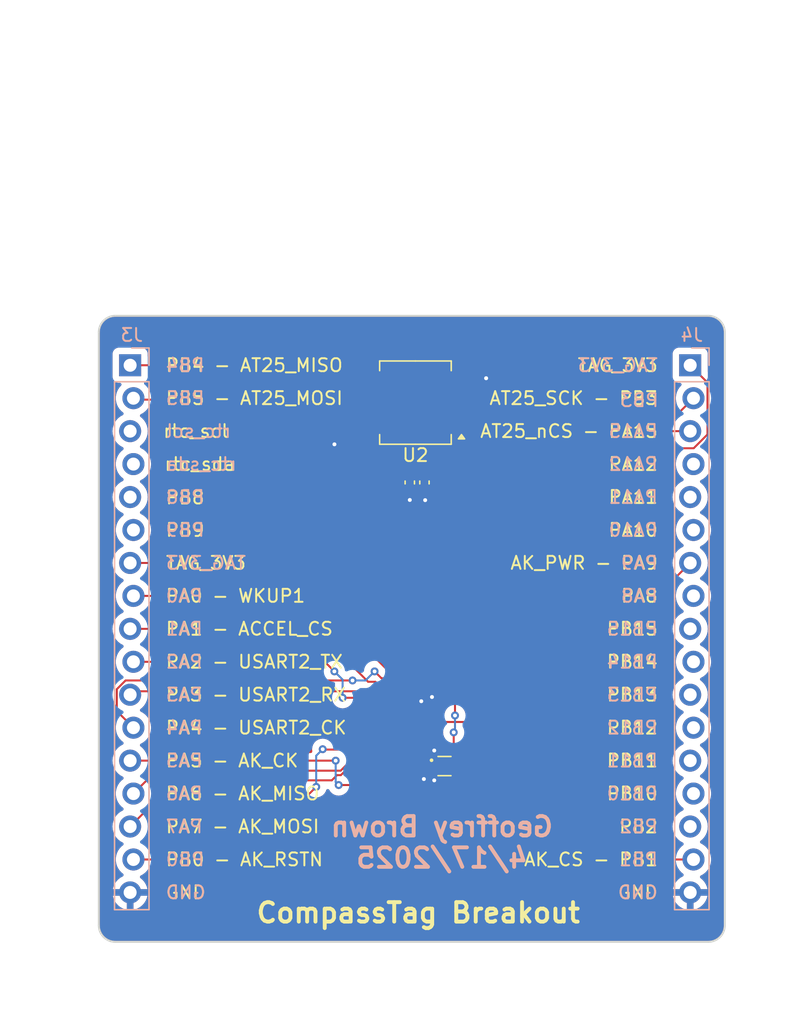
<source format=kicad_pcb>
(kicad_pcb (version 20240108) (generator "pcbnew") (generator_version "8.0")
  (layers (0 "F.Cu" signal) (31 "B.Cu" signal) (34 "B.Paste" user) (35 "F.Paste" user) (36 "B.SilkS" user "B.Silkscreen") (37 "F.SilkS" user "F.Silkscreen") (38 "B.Mask" user) (39 "F.Mask" user) (44 "Edge.Cuts" user))
  (net 0 "")
  (net 1 "GND")
  (net 2 "/TAG_3V3")
  (net 3 "/PB8")
  (net 4 "/PA10")
  (net 5 "/PA11")
  (net 6 "/PB9")
  (net 7 "/PB2")
  (net 8 "/PB10")
  (net 9 "/PB11")
  (net 10 "/PB12")
  (net 11 "/PB13")
  (net 12 "/PB14")
  (net 13 "/PB15")
  (net 14 "/PA8")
  (net 15 "+1V8")
  (net 16 "/AK_PWR")
  (net 17 "/rtc_sda")
  (net 18 "/rtc_scl")
  (net 19 "/PA12")
  (net 20 "/AT25_MOSI")
  (net 22 "/AT25_SCK")
  (net 24 "/AT25_MISO")
  (net 25 "/AT25_nCS")
  (net 26 "/AK_CK")
  (net 27 "/AK_MISO")
  (net 28 "/AK_MOSI")
  (net 29 "/AK_RSTN")
  (net 30 "/AK_CS")
  (net 31 "/WKUP1")
  (net 32 "/ACCEL_CS")
  (net 33 "/USART2_TX")
  (net 34 "/USART2_RX")
  (net 35 "/USART2_CK")
  (footprint "Package_SO:SO-8_5.3x6.2mm_P1.27mm" (layer "F.Cu") (at 128.55 79.08 180)
    (property "Reference" "U2" (at 0 -4.05 0) (layer "F.SilkS"))
    (property "Value" "AT25XE321")
    (pad "1" smd roundrect (at -3.5 -1.905 180) (size 1.9 0.6) (layers "F.Cu" "F.Paste" "F.Mask") (net 25 "/AT25_nCS"))
    (pad "2" smd roundrect (at -3.5 -0.635 180) (size 1.9 0.6) (layers "F.Cu" "F.Paste" "F.Mask") (net 24 "/AT25_MISO"))
    (pad "3" smd roundrect (at -3.5 0.635 180) (size 1.9 0.6) (layers "F.Cu" "F.Paste" "F.Mask"))
    (pad "4" smd roundrect (at -3.5 1.905 180) (size 1.9 0.6) (layers "F.Cu" "F.Paste" "F.Mask") (net 1 "GND"))
    (pad "5" smd roundrect (at 3.5 1.905 180) (size 1.9 0.6) (layers "F.Cu" "F.Paste" "F.Mask") (net 20 "/AT25_MOSI"))
    (pad "6" smd roundrect (at 3.5 0.635 180) (size 1.9 0.6) (layers "F.Cu" "F.Paste" "F.Mask") (net 22 "/AT25_SCK"))
    (pad "7" smd roundrect (at 3.5 -0.635 180) (size 1.9 0.6) (layers "F.Cu" "F.Paste" "F.Mask"))
    (pad "8" smd roundrect (at 3.5 -1.905 180) (size 1.9 0.6) (layers "F.Cu" "F.Paste" "F.Mask") (net 2 "/TAG_3V3"))
  )
  (footprint "Capacitor_SMD:C_0201_0603Metric" (layer "F.Cu") (at 129.325 107.125 -90)
    (property "Reference" "C4" (hide yes))
    (property "Value" "1uf")
    (pad "1" smd roundrect (at -0.32 0 270) (size 0.46 0.4) (layers "F.Cu" "F.Mask") (net 15 "+1V8"))
    (pad "2" smd roundrect (at 0.32 0 270) (size 0.46 0.4) (layers "F.Cu" "F.Mask") (net 1 "GND"))
  )
  (footprint "Capacitor_SMD:C_0201_0603Metric" (layer "F.Cu") (at 130.975 105.825 180)
    (property "Reference" "C3" (hide yes))
    (property "Value" "1uf")
    (pad "1" smd roundrect (at -0.32 0 180) (size 0.46 0.4) (layers "F.Cu" "F.Mask") (net 2 "/TAG_3V3"))
    (pad "2" smd roundrect (at 0.32 0 180) (size 0.46 0.4) (layers "F.Cu" "F.Mask") (net 1 "GND"))
  )
  (footprint "taglibrary:AK09940a" (layer "F.Cu") (at 126.7684 106.4284 180)
    (property "Reference" "U3" (hide yes))
    (property "Value" "AK09940A")
    (pad "A1" smd circle (at -0.6 -0.6 180) (size 0.2286 0.2286) (layers "F.Cu" "F.Paste" "F.Mask"))
    (pad "A2" smd circle (at -0.2 -0.6 180) (size 0.2286 0.2286) (layers "F.Cu" "F.Paste" "F.Mask") (net 30 "/AK_CS"))
    (pad "A3" smd circle (at 0.2 -0.6 180) (size 0.2286 0.2286) (layers "F.Cu" "F.Paste" "F.Mask") (net 26 "/AK_CK"))
    (pad "A4" smd circle (at 0.6 -0.6 180) (size 0.2286 0.2286) (layers "F.Cu" "F.Paste" "F.Mask") (net 28 "/AK_MOSI"))
    (pad "B1" smd circle (at -0.6 -0.2 180) (size 0.2286 0.2286) (layers "F.Cu" "F.Paste" "F.Mask") (net 15 "+1V8"))
    (pad "B4" smd circle (at 0.6 -0.2 180) (size 0.2286 0.2286) (layers "F.Cu" "F.Paste" "F.Mask") (net 27 "/AK_MISO"))
    (pad "C1" smd circle (at -0.6 0.2 180) (size 0.2286 0.2286) (layers "F.Cu" "F.Paste" "F.Mask") (net 1 "GND"))
    (pad "C4" smd circle (at 0.6 0.2 180) (size 0.2286 0.2286) (layers "F.Cu" "F.Paste" "F.Mask") (net 16 "/AK_PWR"))
    (pad "D1" smd circle (at -0.6 0.6 180) (size 0.2286 0.2286) (layers "F.Cu" "F.Paste" "F.Mask") (net 1 "GND"))
    (pad "D2" smd circle (at -0.2 0.6 180) (size 0.2286 0.2286) (layers "F.Cu" "F.Paste" "F.Mask") (net 1 "GND"))
    (pad "D4" smd circle (at 0.6 0.6 180) (size 0.2286 0.2286) (layers "F.Cu" "F.Paste" "F.Mask") (net 29 "/AK_RSTN"))
  )
  (footprint "Capacitor_SMD:C_0201_0603Metric" (layer "F.Cu") (at 122.305 81.325 -90)
    (property "Reference" "C9" (hide yes))
    (property "Value" "1uf")
    (pad "1" smd roundrect (at -0.32 0 270) (size 0.46 0.4) (layers "F.Cu" "F.Mask") (net 2 "/TAG_3V3"))
    (pad "2" smd roundrect (at 0.32 0 270) (size 0.46 0.4) (layers "F.Cu" "F.Mask") (net 1 "GND"))
  )
  (footprint "Capacitor_SMD:C_0402_1005Metric" (layer "F.Cu") (at 129.245 85.235 -90)
    (property "Reference" "C11" (hide yes))
    (property "Value" "22uf")
    (pad "1" smd roundrect (at -0.48 0 270) (size 0.56 0.62) (layers "F.Cu" "F.Paste" "F.Mask") (net 2 "/TAG_3V3"))
    (pad "2" smd roundrect (at 0.48 0 270) (size 0.56 0.62) (layers "F.Cu" "F.Paste" "F.Mask") (net 1 "GND"))
  )
  (footprint "Capacitor_SMD:C_0402_1005Metric" (layer "F.Cu") (at 128.115 85.235 -90)
    (property "Reference" "C10" (hide yes))
    (property "Value" "22uf")
    (pad "1" smd roundrect (at -0.48 0 270) (size 0.56 0.62) (layers "F.Cu" "F.Paste" "F.Mask") (net 2 "/TAG_3V3"))
    (pad "2" smd roundrect (at 0.48 0 270) (size 0.56 0.62) (layers "F.Cu" "F.Paste" "F.Mask") (net 1 "GND"))
  )
  (footprint "Package_SON:Texas_X2SON-4_1x1mm_P0.65mm" (layer "F.Cu") (at 130.790357 107.1)
    (property "Reference" "U1" (hide yes))
    (property "Value" "TPS7A2018PDQN")
    (pad "1" smd custom (at -0.43 -0.325) (size 0.148492 0.148492) (layers "F.Cu") (net 15 "+1V8") (options (clearance outline) (anchor circle)) (primitives (gr_poly (pts (xy 0.23 -0.054289) (xy 0.020711 0.155) (xy -0.23 0.155) (xy -0.23 -0.155) (xy 0.23 -0.155)) (width 0) (fill yes))))
    (pad "2" smd custom (at -0.43 0.325) (size 0.148492 0.148492) (layers "F.Cu") (net 1 "GND") (options (clearance outline) (anchor circle)) (primitives (gr_poly (pts (xy 0.23 0.054289) (xy 0.23 0.155) (xy -0.23 0.155) (xy -0.23 -0.155) (xy 0.020711 -0.155)) (width 0) (fill yes))))
    (pad "3" smd custom (at 0.43 0.325) (size 0.148492 0.148492) (layers "F.Cu") (net 16 "/AK_PWR") (options (clearance outline) (anchor circle)) (primitives (gr_poly (pts (xy 0.23 0.155) (xy -0.23 0.155) (xy -0.23 0.054289) (xy -0.020711 -0.155) (xy 0.23 -0.155)) (width 0) (fill yes))))
    (pad "4" smd custom (at 0.43 -0.325) (size 0.148492 0.148492) (layers "F.Cu") (net 2 "/TAG_3V3") (options (clearance outline) (anchor circle)) (primitives (gr_poly (pts (xy 0.23 0.155) (xy -0.020711 0.155) (xy -0.23 -0.054289) (xy -0.23 -0.155) (xy 0.23 -0.155)) (width 0) (fill yes))))
    (pad "5" smd roundrect (at 0 0 45) (size 0.58 0.58) (layers "F.Cu" "F.Paste" "F.Mask") (net 1 "GND"))
  )
  (footprint "Capacitor_SMD:C_0201_0603Metric" (layer "F.Cu") (at 129.825 100.825 -90)
    (property "Reference" "C8" (hide yes))
    (property "Value" "0.1uf")
    (pad "1" smd roundrect (at -0.32 0 270) (size 0.46 0.4) (layers "F.Cu" "F.Mask") (net 2 "/TAG_3V3"))
    (pad "2" smd roundrect (at 0.32 0 270) (size 0.46 0.4) (layers "F.Cu" "F.Mask") (net 1 "GND"))
  )
  (footprint "Capacitor_SMD:C_0201_0603Metric" (layer "F.Cu") (at 127.025 104.825)
    (property "Reference" "C6" (hide yes))
    (property "Value" "0.1uf")
    (pad "1" smd roundrect (at -0.32 0) (size 0.46 0.4) (layers "F.Cu" "F.Mask") (net 16 "/AK_PWR"))
    (pad "2" smd roundrect (at 0.32 0) (size 0.46 0.4) (layers "F.Cu" "F.Mask") (net 1 "GND"))
  )
  (footprint "taglibrary:LGA-12L_LIS2DU12_STM" (layer "F.Cu") (at 127.1843 101.0843)
    (property "Reference" "U4" (hide yes))
    (property "Value" "LIS2DU12TR")
    (pad "1" smd rect (at -0.8001 -0.750001 90) (size 0.2794 0.3048) (layers "F.Cu" "F.Paste" "F.Mask") (net 35 "/USART2_CK"))
    (pad "2" smd rect (at -0.8001 -0.25 90) (size 0.2794 0.3048) (layers "F.Cu" "F.Paste" "F.Mask") (net 32 "/ACCEL_CS"))
    (pad "3" smd rect (at -0.8001 0.25 90) (size 0.2794 0.3048) (layers "F.Cu" "F.Paste" "F.Mask") (net 34 "/USART2_RX"))
    (pad "4" smd rect (at -0.8001 0.750001 90) (size 0.2794 0.3048) (layers "F.Cu" "F.Paste" "F.Mask") (net 33 "/USART2_TX"))
    (pad "5" smd rect (at -0.25 0.8001) (size 0.2794 0.3048) (layers "F.Cu" "F.Paste" "F.Mask") (net 31 "/WKUP1"))
    (pad "6" smd rect (at 0.25 0.8001) (size 0.2794 0.3048) (layers "F.Cu" "F.Paste" "F.Mask") (net 1 "GND"))
    (pad "7" smd rect (at 0.8001 0.750001 90) (size 0.2794 0.3048) (layers "F.Cu" "F.Paste" "F.Mask") (net 1 "GND"))
    (pad "8" smd rect (at 0.8001 0.25 90) (size 0.2794 0.3048) (layers "F.Cu" "F.Paste" "F.Mask") (net 1 "GND"))
    (pad "9" smd rect (at 0.8001 -0.25 90) (size 0.2794 0.3048) (layers "F.Cu" "F.Paste" "F.Mask") (net 2 "/TAG_3V3"))
    (pad "10" smd rect (at 0.8001 -0.750001 90) (size 0.2794 0.3048) (layers "F.Cu" "F.Paste" "F.Mask") (net 2 "/TAG_3V3"))
    (pad "11" smd rect (at 0.25 -0.8001) (size 0.2794 0.3048) (layers "F.Cu" "F.Paste" "F.Mask"))
    (pad "12" smd rect (at -0.25 -0.8001) (size 0.2794 0.3048) (layers "F.Cu" "F.Paste" "F.Mask") (net 31 "/WKUP1"))
  )
  (footprint "Capacitor_SMD:C_0201_0603Metric" (layer "F.Cu") (at 128.525 107.125 -90)
    (property "Reference" "C5" (hide yes))
    (property "Value" "0.1uf")
    (pad "1" smd roundrect (at -0.32 0 270) (size 0.46 0.4) (layers "F.Cu" "F.Mask") (net 15 "+1V8"))
    (pad "2" smd roundrect (at 0.32 0 270) (size 0.46 0.4) (layers "F.Cu" "F.Mask") (net 1 "GND"))
  )
  (footprint "Capacitor_SMD:C_0201_0603Metric" (layer "F.Cu") (at 129.025 100.825 -90)
    (property "Reference" "C7" (hide yes))
    (property "Value" "0.1uf")
    (pad "1" smd roundrect (at -0.32 0 270) (size 0.46 0.4) (layers "F.Cu" "F.Mask") (net 2 "/TAG_3V3"))
    (pad "2" smd roundrect (at 0.32 0 270) (size 0.46 0.4) (layers "F.Cu" "F.Mask") (net 1 "GND"))
  )
  (footprint "taglibrary:PinHeader_1x17_P2.54mm_Vertical_Staggered" (layer "B.Cu") (at 106.68 76.2 180)
    (property "Reference" "J3" (at 0 2.33 0) (layer "B.SilkS") (effects (justify mirror)))
    (property "Value" "Conn_01x17")
    (pad "1" thru_hole rect (at 0.127 0 180) (size 1.7 1.7) (drill 1) (layers "*.Cu" "*.Mask" "In1.Cu" "In2.Cu" "In3.Cu" "In4.Cu" "In5.Cu" "In6.Cu" "In7.Cu" "In8.Cu" "In9.Cu" "In10.Cu" "In11.Cu" "In12.Cu" "In13.Cu" "In14.Cu" "In15.Cu" "In16.Cu" "In17.Cu" "In18.Cu" "In19.Cu" "In20.Cu" "In21.Cu" "In22.Cu" "In23.Cu" "In24.Cu" "In25.Cu" "In26.Cu" "In27.Cu" "In28.Cu" "In29.Cu" "In30.Cu") (net 24 "/AT25_MISO"))
    (pad "2" thru_hole oval (at -0.127 -2.54 180) (size 1.7 1.7) (drill 1) (layers "*.Cu" "*.Mask" "In1.Cu" "In2.Cu" "In3.Cu" "In4.Cu" "In5.Cu" "In6.Cu" "In7.Cu" "In8.Cu" "In9.Cu" "In10.Cu" "In11.Cu" "In12.Cu" "In13.Cu" "In14.Cu" "In15.Cu" "In16.Cu" "In17.Cu" "In18.Cu" "In19.Cu" "In20.Cu" "In21.Cu" "In22.Cu" "In23.Cu" "In24.Cu" "In25.Cu" "In26.Cu" "In27.Cu" "In28.Cu" "In29.Cu" "In30.Cu") (net 20 "/AT25_MOSI"))
    (pad "3" thru_hole oval (at 0.127 -5.08 180) (size 1.7 1.7) (drill 1) (layers "*.Cu" "*.Mask" "In1.Cu" "In2.Cu" "In3.Cu" "In4.Cu" "In5.Cu" "In6.Cu" "In7.Cu" "In8.Cu" "In9.Cu" "In10.Cu" "In11.Cu" "In12.Cu" "In13.Cu" "In14.Cu" "In15.Cu" "In16.Cu" "In17.Cu" "In18.Cu" "In19.Cu" "In20.Cu" "In21.Cu" "In22.Cu" "In23.Cu" "In24.Cu" "In25.Cu" "In26.Cu" "In27.Cu" "In28.Cu" "In29.Cu" "In30.Cu") (net 18 "/rtc_scl"))
    (pad "4" thru_hole oval (at -0.127 -7.62 180) (size 1.7 1.7) (drill 1) (layers "*.Cu" "*.Mask" "In1.Cu" "In2.Cu" "In3.Cu" "In4.Cu" "In5.Cu" "In6.Cu" "In7.Cu" "In8.Cu" "In9.Cu" "In10.Cu" "In11.Cu" "In12.Cu" "In13.Cu" "In14.Cu" "In15.Cu" "In16.Cu" "In17.Cu" "In18.Cu" "In19.Cu" "In20.Cu" "In21.Cu" "In22.Cu" "In23.Cu" "In24.Cu" "In25.Cu" "In26.Cu" "In27.Cu" "In28.Cu" "In29.Cu" "In30.Cu") (net 17 "/rtc_sda"))
    (pad "5" thru_hole oval (at 0.127 -10.16 180) (size 1.7 1.7) (drill 1) (layers "*.Cu" "*.Mask" "In1.Cu" "In2.Cu" "In3.Cu" "In4.Cu" "In5.Cu" "In6.Cu" "In7.Cu" "In8.Cu" "In9.Cu" "In10.Cu" "In11.Cu" "In12.Cu" "In13.Cu" "In14.Cu" "In15.Cu" "In16.Cu" "In17.Cu" "In18.Cu" "In19.Cu" "In20.Cu" "In21.Cu" "In22.Cu" "In23.Cu" "In24.Cu" "In25.Cu" "In26.Cu" "In27.Cu" "In28.Cu" "In29.Cu" "In30.Cu") (net 3 "/PB8"))
    (pad "6" thru_hole oval (at -0.127 -12.7 180) (size 1.7 1.7) (drill 1) (layers "*.Cu" "*.Mask" "In1.Cu" "In2.Cu" "In3.Cu" "In4.Cu" "In5.Cu" "In6.Cu" "In7.Cu" "In8.Cu" "In9.Cu" "In10.Cu" "In11.Cu" "In12.Cu" "In13.Cu" "In14.Cu" "In15.Cu" "In16.Cu" "In17.Cu" "In18.Cu" "In19.Cu" "In20.Cu" "In21.Cu" "In22.Cu" "In23.Cu" "In24.Cu" "In25.Cu" "In26.Cu" "In27.Cu" "In28.Cu" "In29.Cu" "In30.Cu") (net 6 "/PB9"))
    (pad "7" thru_hole oval (at 0.127 -15.24 180) (size 1.7 1.7) (drill 1) (layers "*.Cu" "*.Mask" "In1.Cu" "In2.Cu" "In3.Cu" "In4.Cu" "In5.Cu" "In6.Cu" "In7.Cu" "In8.Cu" "In9.Cu" "In10.Cu" "In11.Cu" "In12.Cu" "In13.Cu" "In14.Cu" "In15.Cu" "In16.Cu" "In17.Cu" "In18.Cu" "In19.Cu" "In20.Cu" "In21.Cu" "In22.Cu" "In23.Cu" "In24.Cu" "In25.Cu" "In26.Cu" "In27.Cu" "In28.Cu" "In29.Cu" "In30.Cu") (net 2 "/TAG_3V3"))
    (pad "8" thru_hole oval (at -0.127 -17.78 180) (size 1.7 1.7) (drill 1) (layers "*.Cu" "*.Mask" "In1.Cu" "In2.Cu" "In3.Cu" "In4.Cu" "In5.Cu" "In6.Cu" "In7.Cu" "In8.Cu" "In9.Cu" "In10.Cu" "In11.Cu" "In12.Cu" "In13.Cu" "In14.Cu" "In15.Cu" "In16.Cu" "In17.Cu" "In18.Cu" "In19.Cu" "In20.Cu" "In21.Cu" "In22.Cu" "In23.Cu" "In24.Cu" "In25.Cu" "In26.Cu" "In27.Cu" "In28.Cu" "In29.Cu" "In30.Cu") (net 31 "/WKUP1"))
    (pad "9" thru_hole oval (at 0.127 -20.32 180) (size 1.7 1.7) (drill 1) (layers "*.Cu" "*.Mask" "In1.Cu" "In2.Cu" "In3.Cu" "In4.Cu" "In5.Cu" "In6.Cu" "In7.Cu" "In8.Cu" "In9.Cu" "In10.Cu" "In11.Cu" "In12.Cu" "In13.Cu" "In14.Cu" "In15.Cu" "In16.Cu" "In17.Cu" "In18.Cu" "In19.Cu" "In20.Cu" "In21.Cu" "In22.Cu" "In23.Cu" "In24.Cu" "In25.Cu" "In26.Cu" "In27.Cu" "In28.Cu" "In29.Cu" "In30.Cu") (net 32 "/ACCEL_CS"))
    (pad "10" thru_hole oval (at -0.127 -22.86 180) (size 1.7 1.7) (drill 1) (layers "*.Cu" "*.Mask" "In1.Cu" "In2.Cu" "In3.Cu" "In4.Cu" "In5.Cu" "In6.Cu" "In7.Cu" "In8.Cu" "In9.Cu" "In10.Cu" "In11.Cu" "In12.Cu" "In13.Cu" "In14.Cu" "In15.Cu" "In16.Cu" "In17.Cu" "In18.Cu" "In19.Cu" "In20.Cu" "In21.Cu" "In22.Cu" "In23.Cu" "In24.Cu" "In25.Cu" "In26.Cu" "In27.Cu" "In28.Cu" "In29.Cu" "In30.Cu") (net 33 "/USART2_TX"))
    (pad "11" thru_hole oval (at 0.127 -25.4 180) (size 1.7 1.7) (drill 1) (layers "*.Cu" "*.Mask" "In1.Cu" "In2.Cu" "In3.Cu" "In4.Cu" "In5.Cu" "In6.Cu" "In7.Cu" "In8.Cu" "In9.Cu" "In10.Cu" "In11.Cu" "In12.Cu" "In13.Cu" "In14.Cu" "In15.Cu" "In16.Cu" "In17.Cu" "In18.Cu" "In19.Cu" "In20.Cu" "In21.Cu" "In22.Cu" "In23.Cu" "In24.Cu" "In25.Cu" "In26.Cu" "In27.Cu" "In28.Cu" "In29.Cu" "In30.Cu") (net 34 "/USART2_RX"))
    (pad "12" thru_hole oval (at -0.127 -27.94 180) (size 1.7 1.7) (drill 1) (layers "*.Cu" "*.Mask" "In1.Cu" "In2.Cu" "In3.Cu" "In4.Cu" "In5.Cu" "In6.Cu" "In7.Cu" "In8.Cu" "In9.Cu" "In10.Cu" "In11.Cu" "In12.Cu" "In13.Cu" "In14.Cu" "In15.Cu" "In16.Cu" "In17.Cu" "In18.Cu" "In19.Cu" "In20.Cu" "In21.Cu" "In22.Cu" "In23.Cu" "In24.Cu" "In25.Cu" "In26.Cu" "In27.Cu" "In28.Cu" "In29.Cu" "In30.Cu") (net 35 "/USART2_CK"))
    (pad "13" thru_hole oval (at 0.127 -30.48 180) (size 1.7 1.7) (drill 1) (layers "*.Cu" "*.Mask" "In1.Cu" "In2.Cu" "In3.Cu" "In4.Cu" "In5.Cu" "In6.Cu" "In7.Cu" "In8.Cu" "In9.Cu" "In10.Cu" "In11.Cu" "In12.Cu" "In13.Cu" "In14.Cu" "In15.Cu" "In16.Cu" "In17.Cu" "In18.Cu" "In19.Cu" "In20.Cu" "In21.Cu" "In22.Cu" "In23.Cu" "In24.Cu" "In25.Cu" "In26.Cu" "In27.Cu" "In28.Cu" "In29.Cu" "In30.Cu") (net 26 "/AK_CK"))
    (pad "14" thru_hole oval (at -0.127 -33.02 180) (size 1.7 1.7) (drill 1) (layers "*.Cu" "*.Mask" "In1.Cu" "In2.Cu" "In3.Cu" "In4.Cu" "In5.Cu" "In6.Cu" "In7.Cu" "In8.Cu" "In9.Cu" "In10.Cu" "In11.Cu" "In12.Cu" "In13.Cu" "In14.Cu" "In15.Cu" "In16.Cu" "In17.Cu" "In18.Cu" "In19.Cu" "In20.Cu" "In21.Cu" "In22.Cu" "In23.Cu" "In24.Cu" "In25.Cu" "In26.Cu" "In27.Cu" "In28.Cu" "In29.Cu" "In30.Cu") (net 27 "/AK_MISO"))
    (pad "15" thru_hole oval (at 0.127 -35.56 180) (size 1.7 1.7) (drill 1) (layers "*.Cu" "*.Mask" "In1.Cu" "In2.Cu" "In3.Cu" "In4.Cu" "In5.Cu" "In6.Cu" "In7.Cu" "In8.Cu" "In9.Cu" "In10.Cu" "In11.Cu" "In12.Cu" "In13.Cu" "In14.Cu" "In15.Cu" "In16.Cu" "In17.Cu" "In18.Cu" "In19.Cu" "In20.Cu" "In21.Cu" "In22.Cu" "In23.Cu" "In24.Cu" "In25.Cu" "In26.Cu" "In27.Cu" "In28.Cu" "In29.Cu" "In30.Cu") (net 28 "/AK_MOSI"))
    (pad "16" thru_hole oval (at -0.127 -38.1 180) (size 1.7 1.7) (drill 1) (layers "*.Cu" "*.Mask" "In1.Cu" "In2.Cu" "In3.Cu" "In4.Cu" "In5.Cu" "In6.Cu" "In7.Cu" "In8.Cu" "In9.Cu" "In10.Cu" "In11.Cu" "In12.Cu" "In13.Cu" "In14.Cu" "In15.Cu" "In16.Cu" "In17.Cu" "In18.Cu" "In19.Cu" "In20.Cu" "In21.Cu" "In22.Cu" "In23.Cu" "In24.Cu" "In25.Cu" "In26.Cu" "In27.Cu" "In28.Cu" "In29.Cu" "In30.Cu") (net 29 "/AK_RSTN"))
    (pad "17" thru_hole oval (at 0.127 -40.64 180) (size 1.7 1.7) (drill 1) (layers "*.Cu" "*.Mask" "In1.Cu" "In2.Cu" "In3.Cu" "In4.Cu" "In5.Cu" "In6.Cu" "In7.Cu" "In8.Cu" "In9.Cu" "In10.Cu" "In11.Cu" "In12.Cu" "In13.Cu" "In14.Cu" "In15.Cu" "In16.Cu" "In17.Cu" "In18.Cu" "In19.Cu" "In20.Cu" "In21.Cu" "In22.Cu" "In23.Cu" "In24.Cu" "In25.Cu" "In26.Cu" "In27.Cu" "In28.Cu" "In29.Cu" "In30.Cu") (net 1 "GND"))
  )
  (footprint "taglibrary:PinHeader_1x17_P2.54mm_Vertical_Staggered" (layer "B.Cu") (at 149.86 76.2 180)
    (property "Reference" "J4" (at 0 2.33 0) (layer "B.SilkS") (effects (justify mirror)))
    (property "Value" "Conn_01x17")
    (pad "1" thru_hole rect (at 0.127 0 180) (size 1.7 1.7) (drill 1) (layers "*.Cu" "*.Mask" "In1.Cu" "In2.Cu" "In3.Cu" "In4.Cu" "In5.Cu" "In6.Cu" "In7.Cu" "In8.Cu" "In9.Cu" "In10.Cu" "In11.Cu" "In12.Cu" "In13.Cu" "In14.Cu" "In15.Cu" "In16.Cu" "In17.Cu" "In18.Cu" "In19.Cu" "In20.Cu" "In21.Cu" "In22.Cu" "In23.Cu" "In24.Cu" "In25.Cu" "In26.Cu" "In27.Cu" "In28.Cu" "In29.Cu" "In30.Cu") (net 2 "/TAG_3V3"))
    (pad "2" thru_hole oval (at -0.127 -2.54 180) (size 1.7 1.7) (drill 1) (layers "*.Cu" "*.Mask" "In1.Cu" "In2.Cu" "In3.Cu" "In4.Cu" "In5.Cu" "In6.Cu" "In7.Cu" "In8.Cu" "In9.Cu" "In10.Cu" "In11.Cu" "In12.Cu" "In13.Cu" "In14.Cu" "In15.Cu" "In16.Cu" "In17.Cu" "In18.Cu" "In19.Cu" "In20.Cu" "In21.Cu" "In22.Cu" "In23.Cu" "In24.Cu" "In25.Cu" "In26.Cu" "In27.Cu" "In28.Cu" "In29.Cu" "In30.Cu") (net 22 "/AT25_SCK"))
    (pad "3" thru_hole oval (at 0.127 -5.08 180) (size 1.7 1.7) (drill 1) (layers "*.Cu" "*.Mask" "In1.Cu" "In2.Cu" "In3.Cu" "In4.Cu" "In5.Cu" "In6.Cu" "In7.Cu" "In8.Cu" "In9.Cu" "In10.Cu" "In11.Cu" "In12.Cu" "In13.Cu" "In14.Cu" "In15.Cu" "In16.Cu" "In17.Cu" "In18.Cu" "In19.Cu" "In20.Cu" "In21.Cu" "In22.Cu" "In23.Cu" "In24.Cu" "In25.Cu" "In26.Cu" "In27.Cu" "In28.Cu" "In29.Cu" "In30.Cu") (net 25 "/AT25_nCS"))
    (pad "4" thru_hole oval (at -0.127 -7.62 180) (size 1.7 1.7) (drill 1) (layers "*.Cu" "*.Mask" "In1.Cu" "In2.Cu" "In3.Cu" "In4.Cu" "In5.Cu" "In6.Cu" "In7.Cu" "In8.Cu" "In9.Cu" "In10.Cu" "In11.Cu" "In12.Cu" "In13.Cu" "In14.Cu" "In15.Cu" "In16.Cu" "In17.Cu" "In18.Cu" "In19.Cu" "In20.Cu" "In21.Cu" "In22.Cu" "In23.Cu" "In24.Cu" "In25.Cu" "In26.Cu" "In27.Cu" "In28.Cu" "In29.Cu" "In30.Cu") (net 19 "/PA12"))
    (pad "5" thru_hole oval (at 0.127 -10.16 180) (size 1.7 1.7) (drill 1) (layers "*.Cu" "*.Mask" "In1.Cu" "In2.Cu" "In3.Cu" "In4.Cu" "In5.Cu" "In6.Cu" "In7.Cu" "In8.Cu" "In9.Cu" "In10.Cu" "In11.Cu" "In12.Cu" "In13.Cu" "In14.Cu" "In15.Cu" "In16.Cu" "In17.Cu" "In18.Cu" "In19.Cu" "In20.Cu" "In21.Cu" "In22.Cu" "In23.Cu" "In24.Cu" "In25.Cu" "In26.Cu" "In27.Cu" "In28.Cu" "In29.Cu" "In30.Cu") (net 5 "/PA11"))
    (pad "6" thru_hole oval (at -0.127 -12.7 180) (size 1.7 1.7) (drill 1) (layers "*.Cu" "*.Mask" "In1.Cu" "In2.Cu" "In3.Cu" "In4.Cu" "In5.Cu" "In6.Cu" "In7.Cu" "In8.Cu" "In9.Cu" "In10.Cu" "In11.Cu" "In12.Cu" "In13.Cu" "In14.Cu" "In15.Cu" "In16.Cu" "In17.Cu" "In18.Cu" "In19.Cu" "In20.Cu" "In21.Cu" "In22.Cu" "In23.Cu" "In24.Cu" "In25.Cu" "In26.Cu" "In27.Cu" "In28.Cu" "In29.Cu" "In30.Cu") (net 4 "/PA10"))
    (pad "7" thru_hole oval (at 0.127 -15.24 180) (size 1.7 1.7) (drill 1) (layers "*.Cu" "*.Mask" "In1.Cu" "In2.Cu" "In3.Cu" "In4.Cu" "In5.Cu" "In6.Cu" "In7.Cu" "In8.Cu" "In9.Cu" "In10.Cu" "In11.Cu" "In12.Cu" "In13.Cu" "In14.Cu" "In15.Cu" "In16.Cu" "In17.Cu" "In18.Cu" "In19.Cu" "In20.Cu" "In21.Cu" "In22.Cu" "In23.Cu" "In24.Cu" "In25.Cu" "In26.Cu" "In27.Cu" "In28.Cu" "In29.Cu" "In30.Cu") (net 16 "/AK_PWR"))
    (pad "8" thru_hole oval (at -0.127 -17.78 180) (size 1.7 1.7) (drill 1) (layers "*.Cu" "*.Mask" "In1.Cu" "In2.Cu" "In3.Cu" "In4.Cu" "In5.Cu" "In6.Cu" "In7.Cu" "In8.Cu" "In9.Cu" "In10.Cu" "In11.Cu" "In12.Cu" "In13.Cu" "In14.Cu" "In15.Cu" "In16.Cu" "In17.Cu" "In18.Cu" "In19.Cu" "In20.Cu" "In21.Cu" "In22.Cu" "In23.Cu" "In24.Cu" "In25.Cu" "In26.Cu" "In27.Cu" "In28.Cu" "In29.Cu" "In30.Cu") (net 14 "/PA8"))
    (pad "9" thru_hole oval (at 0.127 -20.32 180) (size 1.7 1.7) (drill 1) (layers "*.Cu" "*.Mask" "In1.Cu" "In2.Cu" "In3.Cu" "In4.Cu" "In5.Cu" "In6.Cu" "In7.Cu" "In8.Cu" "In9.Cu" "In10.Cu" "In11.Cu" "In12.Cu" "In13.Cu" "In14.Cu" "In15.Cu" "In16.Cu" "In17.Cu" "In18.Cu" "In19.Cu" "In20.Cu" "In21.Cu" "In22.Cu" "In23.Cu" "In24.Cu" "In25.Cu" "In26.Cu" "In27.Cu" "In28.Cu" "In29.Cu" "In30.Cu") (net 13 "/PB15"))
    (pad "10" thru_hole oval (at -0.127 -22.86 180) (size 1.7 1.7) (drill 1) (layers "*.Cu" "*.Mask" "In1.Cu" "In2.Cu" "In3.Cu" "In4.Cu" "In5.Cu" "In6.Cu" "In7.Cu" "In8.Cu" "In9.Cu" "In10.Cu" "In11.Cu" "In12.Cu" "In13.Cu" "In14.Cu" "In15.Cu" "In16.Cu" "In17.Cu" "In18.Cu" "In19.Cu" "In20.Cu" "In21.Cu" "In22.Cu" "In23.Cu" "In24.Cu" "In25.Cu" "In26.Cu" "In27.Cu" "In28.Cu" "In29.Cu" "In30.Cu") (net 12 "/PB14"))
    (pad "11" thru_hole oval (at 0.127 -25.4 180) (size 1.7 1.7) (drill 1) (layers "*.Cu" "*.Mask" "In1.Cu" "In2.Cu" "In3.Cu" "In4.Cu" "In5.Cu" "In6.Cu" "In7.Cu" "In8.Cu" "In9.Cu" "In10.Cu" "In11.Cu" "In12.Cu" "In13.Cu" "In14.Cu" "In15.Cu" "In16.Cu" "In17.Cu" "In18.Cu" "In19.Cu" "In20.Cu" "In21.Cu" "In22.Cu" "In23.Cu" "In24.Cu" "In25.Cu" "In26.Cu" "In27.Cu" "In28.Cu" "In29.Cu" "In30.Cu") (net 11 "/PB13"))
    (pad "12" thru_hole oval (at -0.127 -27.94 180) (size 1.7 1.7) (drill 1) (layers "*.Cu" "*.Mask" "In1.Cu" "In2.Cu" "In3.Cu" "In4.Cu" "In5.Cu" "In6.Cu" "In7.Cu" "In8.Cu" "In9.Cu" "In10.Cu" "In11.Cu" "In12.Cu" "In13.Cu" "In14.Cu" "In15.Cu" "In16.Cu" "In17.Cu" "In18.Cu" "In19.Cu" "In20.Cu" "In21.Cu" "In22.Cu" "In23.Cu" "In24.Cu" "In25.Cu" "In26.Cu" "In27.Cu" "In28.Cu" "In29.Cu" "In30.Cu") (net 10 "/PB12"))
    (pad "13" thru_hole oval (at 0.127 -30.48 180) (size 1.7 1.7) (drill 1) (layers "*.Cu" "*.Mask" "In1.Cu" "In2.Cu" "In3.Cu" "In4.Cu" "In5.Cu" "In6.Cu" "In7.Cu" "In8.Cu" "In9.Cu" "In10.Cu" "In11.Cu" "In12.Cu" "In13.Cu" "In14.Cu" "In15.Cu" "In16.Cu" "In17.Cu" "In18.Cu" "In19.Cu" "In20.Cu" "In21.Cu" "In22.Cu" "In23.Cu" "In24.Cu" "In25.Cu" "In26.Cu" "In27.Cu" "In28.Cu" "In29.Cu" "In30.Cu") (net 9 "/PB11"))
    (pad "14" thru_hole oval (at -0.127 -33.02 180) (size 1.7 1.7) (drill 1) (layers "*.Cu" "*.Mask" "In1.Cu" "In2.Cu" "In3.Cu" "In4.Cu" "In5.Cu" "In6.Cu" "In7.Cu" "In8.Cu" "In9.Cu" "In10.Cu" "In11.Cu" "In12.Cu" "In13.Cu" "In14.Cu" "In15.Cu" "In16.Cu" "In17.Cu" "In18.Cu" "In19.Cu" "In20.Cu" "In21.Cu" "In22.Cu" "In23.Cu" "In24.Cu" "In25.Cu" "In26.Cu" "In27.Cu" "In28.Cu" "In29.Cu" "In30.Cu") (net 8 "/PB10"))
    (pad "15" thru_hole oval (at 0.127 -35.56 180) (size 1.7 1.7) (drill 1) (layers "*.Cu" "*.Mask" "In1.Cu" "In2.Cu" "In3.Cu" "In4.Cu" "In5.Cu" "In6.Cu" "In7.Cu" "In8.Cu" "In9.Cu" "In10.Cu" "In11.Cu" "In12.Cu" "In13.Cu" "In14.Cu" "In15.Cu" "In16.Cu" "In17.Cu" "In18.Cu" "In19.Cu" "In20.Cu" "In21.Cu" "In22.Cu" "In23.Cu" "In24.Cu" "In25.Cu" "In26.Cu" "In27.Cu" "In28.Cu" "In29.Cu" "In30.Cu") (net 7 "/PB2"))
    (pad "16" thru_hole oval (at -0.127 -38.1 180) (size 1.7 1.7) (drill 1) (layers "*.Cu" "*.Mask" "In1.Cu" "In2.Cu" "In3.Cu" "In4.Cu" "In5.Cu" "In6.Cu" "In7.Cu" "In8.Cu" "In9.Cu" "In10.Cu" "In11.Cu" "In12.Cu" "In13.Cu" "In14.Cu" "In15.Cu" "In16.Cu" "In17.Cu" "In18.Cu" "In19.Cu" "In20.Cu" "In21.Cu" "In22.Cu" "In23.Cu" "In24.Cu" "In25.Cu" "In26.Cu" "In27.Cu" "In28.Cu" "In29.Cu" "In30.Cu") (net 30 "/AK_CS"))
    (pad "17" thru_hole oval (at 0.127 -40.64 180) (size 1.7 1.7) (drill 1) (layers "*.Cu" "*.Mask" "In1.Cu" "In2.Cu" "In3.Cu" "In4.Cu" "In5.Cu" "In6.Cu" "In7.Cu" "In8.Cu" "In9.Cu" "In10.Cu" "In11.Cu" "In12.Cu" "In13.Cu" "In14.Cu" "In15.Cu" "In16.Cu" "In17.Cu" "In18.Cu" "In19.Cu" "In20.Cu" "In21.Cu" "In22.Cu" "In23.Cu" "In24.Cu" "In25.Cu" "In26.Cu" "In27.Cu" "In28.Cu" "In29.Cu" "In30.Cu") (net 1 "GND"))
  )
  (gr_arc (start 152.4 119.38) (mid 152.028026 120.278026) (end 151.13 120.65) (stroke (width 0.15)) (layer "Edge.Cuts"))
  (gr_line (start 152.4 73.66) (end 152.4 119.38) (stroke (width 0.15)) (layer "Edge.Cuts"))
  (gr_arc (start 105.41 120.65) (mid 104.511974 120.278026) (end 104.14 119.38) (stroke (width 0.15)) (layer "Edge.Cuts"))
  (gr_arc (start 104.14 73.66) (mid 104.511974 72.761974) (end 105.41 72.39) (stroke (width 0.15)) (layer "Edge.Cuts"))
  (gr_line (start 151.13 72.39) (end 105.41 72.39) (stroke (width 0.15)) (layer "Edge.Cuts"))
  (gr_line (start 104.14 73.66) (end 104.14 119.38) (stroke (width 0.15)) (layer "Edge.Cuts"))
  (gr_arc (start 151.13 72.39) (mid 152.028026 72.761974) (end 152.4 73.66) (stroke (width 0.15)) (layer "Edge.Cuts"))
  (gr_line (start 151.13 120.65) (end 105.41 120.65) (stroke (width 0.15)) (layer "Edge.Cuts"))
  (gr_text "Geoffrey Brown\n4/17/2025" (at 130.59 112.98 0) (layer "B.SilkS") (effects (font (size 1.5 1.5) (thickness 0.3)) (justify mirror)))
  (gr_text "PA7" (at 109.22 111.76 0) (layer "B.SilkS") (effects (font (size 1 1)) (justify right mirror)))
  (gr_text "PA0" (at 109.22 93.98 0) (layer "B.SilkS") (effects (font (size 1 1)) (justify right mirror)))
  (gr_text "PB8" (at 109.22 86.36 0) (layer "B.SilkS") (effects (font (size 1 1)) (justify right mirror)))
  (gr_text "PA1" (at 109.22 96.52 0) (layer "B.SilkS") (effects (font (size 1 1)) (justify right mirror)))
  (gr_text "PA4" (at 109.22 104.14 0) (layer "B.SilkS") (effects (font (size 1 1)) (justify right mirror)))
  (gr_text "PA3" (at 109.22 101.6 0) (layer "B.SilkS") (effects (font (size 1 1)) (justify right mirror)))
  (gr_text "PB9" (at 109.22 88.9 0) (layer "B.SilkS") (effects (font (size 1 1)) (justify right mirror)))
  (gr_text "PB5" (at 109.22 78.74 0) (layer "B.SilkS") (effects (font (size 1 1)) (justify right mirror)))
  (gr_text "PB4" (at 109.22 76.2 0) (layer "B.SilkS") (effects (font (size 1 1)) (justify right mirror)))
  (gr_text "PB3" (at 144.23644 78.89748 0) (layer "B.SilkS") (effects (font (size 1 1)) (justify right mirror)))
  (gr_text "PB0" (at 109.22 114.3 0) (layer "B.SilkS") (effects (font (size 1 1)) (justify right mirror)))
  (gr_text "PA2" (at 109.22 99.06 0) (layer "B.SilkS") (effects (font (size 1 1)) (justify right mirror)))
  (gr_text "PA5" (at 109.22 106.68 0) (layer "B.SilkS") (effects (font (size 1 1)) (justify right mirror)))
  (gr_text "PB1" (at 147.32 114.3 0) (layer "B.SilkS") (effects (font (size 1 1)) (justify left mirror)))
  (gr_text "GND" (at 109.22 116.84 0) (layer "B.SilkS") (effects (font (size 1 1)) (justify right mirror)))
  (gr_text "PA6" (at 109.22 109.22 0) (layer "B.SilkS") (effects (font (size 1 1)) (justify right mirror)))
  (gr_text "PB15" (at 147.32 96.52 0) (layer "B.SilkS") (effects (font (size 1 1)) (justify left mirror)))
  (gr_text "PA8" (at 147.32 93.98 0) (layer "B.SilkS") (effects (font (size 1 1)) (justify left mirror)))
  (gr_text "PA9" (at 147.32 91.44 0) (layer "B.SilkS") (effects (font (size 1 1)) (justify left mirror)))
  (gr_text "PA11" (at 147.32 86.36 0) (layer "B.SilkS") (effects (font (size 1 1)) (justify left mirror)))
  (gr_text "PA10" (at 147.32 88.9 0) (layer "B.SilkS") (effects (font (size 1 1)) (justify left mirror)))
  (gr_text "PA15" (at 147.32 81.28 0) (layer "B.SilkS") (effects (font (size 1 1)) (justify left mirror)))
  (gr_text "PB11" (at 147.32 106.68 0) (layer "B.SilkS") (effects (font (size 1 1)) (justify left mirror)))
  (gr_text "GND" (at 147.32 116.84 0) (layer "B.SilkS") (effects (font (size 1 1)) (justify left mirror)))
  (gr_text "TAG_3V3" (at 115.57 91.44 0) (layer "B.SilkS") (effects (font (size 1 1)) (justify left mirror)))
  (gr_text "PB12" (at 147.32 104.14 0) (layer "B.SilkS") (effects (font (size 1 1)) (justify left mirror)))
  (gr_text "TAG_3V3" (at 147.32 76.2 0) (layer "B.SilkS") (effects (font (size 1 1)) (justify left mirror)))
  (gr_text "PB10" (at 147.32 109.22 0) (layer "B.SilkS") (effects (font (size 1 1)) (justify left mirror)))
  (gr_text "PB2" (at 147.32 111.76 0) (layer "B.SilkS") (effects (font (size 1 1)) (justify left mirror)))
  (gr_text "PB13" (at 147.32 101.6 0) (layer "B.SilkS") (effects (font (size 1 1)) (justify left mirror)))
  (gr_text "PB14" (at 147.32 99.06 0) (layer "B.SilkS") (effects (font (size 1 1)) (justify left mirror)))
  (gr_text "PA12" (at 147.32 83.82 0) (layer "B.SilkS") (effects (font (size 1 1)) (justify left mirror)))
  (gr_text "rtc_scl" (at 109.22 81.28 0) (layer "B.SilkS") (effects (font (size 1 1)) (justify right mirror)))
  (gr_text "rtc_sda" (at 109.22 83.82 0) (layer "B.SilkS") (effects (font (size 1 1)) (justify right mirror)))
  (gr_text "AK_CS - PB1" (at 147.32 114.3 0) (layer "F.SilkS") (effects (font (size 1 1)) (justify right)))
  (gr_text "TAG_3V3" (at 115.57 91.44 0) (layer "F.SilkS") (effects (font (size 1 1)) (justify right)))
  (gr_text "GND" (at 147.32 116.84 0) (layer "F.SilkS") (effects (font (size 1 1)) (justify right)))
  (gr_text "GND" (at 109.22 116.84 0) (layer "F.SilkS") (effects (font (size 1 1)) (justify left)))
  (gr_text "rtc_scl" (at 109.02 81.28 0) (layer "F.SilkS") (effects (font (size 1 1)) (justify left)))
  (gr_text "AK_PWR - PA9" (at 147.32 91.44 0) (layer "F.SilkS") (effects (font (size 1 1)) (justify right)))
  (gr_text "rtc_sda" (at 109.12 83.82 0) (layer "F.SilkS") (effects (font (size 1 1)) (justify left)))
  (gr_text "PB12" (at 147.32 104.14 0) (layer "F.SilkS") (effects (font (size 1 1)) (justify right)))
  (gr_text "CompassTag Breakout" (at 128.77 118.41 0) (layer "F.SilkS") (effects (font (size 1.5 1.5) (thickness 0.3))))
  (gr_text "PA8" (at 147.32 93.98 0) (layer "F.SilkS") (effects (font (size 1 1)) (justify right)))
  (gr_text "PB13" (at 147.32 101.6 0) (layer "F.SilkS") (effects (font (size 1 1)) (justify right)))
  (gr_text "AT25_nCS - PA15" (at 147.32 81.28 0) (layer "F.SilkS") (effects (font (size 1 1)) (justify right)))
  (gr_text "PA4 - USART2_CK" (at 109.22 104.14 0) (layer "F.SilkS") (effects (font (size 1 1)) (justify left)))
  (gr_text "PA10" (at 147.32 88.9 0) (layer "F.SilkS") (effects (font (size 1 1)) (justify right)))
  (gr_text "PA11" (at 147.32 86.36 0) (layer "F.SilkS") (effects (font (size 1 1)) (justify right)))
  (gr_text "PB10" (at 147.32 109.22 0) (layer "F.SilkS") (effects (font (size 1 1)) (justify right)))
  (gr_text "PA6 - AK_MISO" (at 109.22 109.22 0) (layer "F.SilkS") (effects (font (size 1 1)) (justify left)))
  (gr_text "PB5 - AT25_MOSI" (at 109.22 78.74 0) (layer "F.SilkS") (effects (font (size 1 1)) (justify left)))
  (gr_text "AT25_SCK - PB3" (at 147.32 78.74 0) (layer "F.SilkS") (effects (font (size 1 1)) (justify right)))
  (gr_text "PB14" (at 147.32 99.06 0) (layer "F.SilkS") (effects (font (size 1 1)) (justify right)))
  (gr_text "PB0 - AK_RSTN" (at 109.22 114.3 0) (layer "F.SilkS") (effects (font (size 1 1)) (justify left)))
  (gr_text "PA12" (at 147.32 83.82 0) (layer "F.SilkS") (effects (font (size 1 1)) (justify right)))
  (gr_text "PA3 - USART2_RX" (at 109.22 101.6 0) (layer "F.SilkS") (effects (font (size 1 1)) (justify left)))
  (gr_text "PB11" (at 147.32 106.68 0) (layer "F.SilkS") (effects (font (size 1 1)) (justify right)))
  (gr_text "PB2" (at 147.32 111.76 0) (layer "F.SilkS") (effects (font (size 1 1)) (justify right)))
  (gr_text "TAG_3V3" (at 147.32 76.2 0) (layer "F.SilkS") (effects (font (size 1 1)) (justify right)))
  (gr_text "PB15" (at 147.32 96.52 0) (layer "F.SilkS") (effects (font (size 1 1)) (justify right)))
  (gr_text "PA1 - ACCEL_CS" (at 109.22 96.52 0) (layer "F.SilkS") (effects (font (size 1 1)) (justify left)))
  (gr_text "PB4 - AT25_MISO" (at 109.22 76.2 0) (layer "F.SilkS") (effects (font (size 1 1)) (justify left)))
  (gr_text "PA2 - USART2_TX" (at 109.22 99.06 0) (layer "F.SilkS") (effects (font (size 1 1)) (justify left)))
  (gr_text "PA0 - WKUP1" (at 109.22 93.98 0) (layer "F.SilkS") (effects (font (size 1 1)) (justify left)))
  (gr_text "PA5 - AK_CK" (at 109.22 106.68 0) (layer "F.SilkS") (effects (font (size 1 1)) (justify left)))
  (gr_text "PB8" (at 109.22 86.4 0) (layer "F.SilkS") (effects (font (size 1 1)) (justify left)))
  (gr_text "PA7 - AK_MOSI" (at 109.22 111.76 0) (layer "F.SilkS") (effects (font (size 1 1)) (justify left)))
  (gr_text "PB9" (at 109.22 88.9 0) (layer "F.SilkS") (effects (font (size 1 1)) (justify left)))
  (segment (start 128.8357 101.3343) (end 129.025 101.145) (width 0.1524) (layer "F.Cu") (net 1))
  (segment (start 130.360357 107.425) (end 129.345 107.425) (width 0.1524) (layer "F.Cu") (net 1))
  (segment (start 129.245 86.545) (end 129.3 86.6) (width 0.1524) (layer "F.Cu") (net 1))
  (segment (start 129.8 101.8) (end 129.825 101.775) (width 0.1524) (layer "F.Cu") (net 1))
  (segment (start 130 107.785357) (end 130 108.2) (width 0.1524) (layer "F.Cu") (net 1))
  (segment (start 127.9844 101.3343) (end 127.9844 101.834301) (width 0.1524) (layer "F.Cu") (net 1))
  (segment (start 129.025 101.145) (end 129.025 102.075) (width 0.1524) (layer "F.Cu") (net 1))
  (segment (start 127.3684 104.8484) (end 127.345 104.825) (width 0.1524) (layer "F.Cu") (net 1))
  (segment (start 130.360357 107.425) (end 130 107.785357) (width 0.1524) (layer "F.Cu") (net 1))
  (segment (start 122.3 82.3) (end 122.305 82.295) (width 0.1524) (layer "F.Cu") (net 1))
  (segment (start 130.685357 107.1) (end 130.360357 107.425) (width 0.1524) (layer "F.Cu") (net 1))
  (segment (start 133.975 77.175) (end 134 77.2) (width 0.1524) (layer "F.Cu") (net 1))
  (segment (start 128.1 86.4) (end 128.115 86.385) (width 0.1524) (layer "F.Cu") (net 1))
  (segment (start 130.655 105.825) (end 130.075 105.825) (width 0.1524) (layer "F.Cu") (net 1))
  (segment (start 129.345 107.425) (end 129.325 107.445) (width 0.1524) (layer "F.Cu") (net 1))
  (segment (start 130.075 105.825) (end 130 105.9) (width 0.1524) (layer "F.Cu") (net 1))
  (segment (start 129.025 101.145) (end 129.825 101.145) (width 0.1524) (layer "F.Cu") (net 1))
  (segment (start 127.934301 101.8844) (end 127.9844 101.834301) (width 0.1524) (layer "F.Cu") (net 1))
  (segment (start 128.115 85.715) (end 128.115 86.385) (width 0.1524) (layer "F.Cu") (net 1))
  (segment (start 129.325 107.975) (end 129.2 108.1) (width 0.1524) (layer "F.Cu") (net 1))
  (segment (start 129.025 102.075) (end 129 102.1) (width 0.1524) (layer "F.Cu") (net 1))
  (segment (start 129.325 107.445) (end 128.525 107.445) (width 0.1524) (layer "F.Cu") (net 1))
  (segment (start 129.245 85.715) (end 129.245 86.545) (width 0.1524) (layer "F.Cu") (net 1))
  (segment (start 128.115 85.715) (end 128.115 86.585) (width 0.1524) (layer "F.Cu") (net 1))
  (segment (start 129.825 101.145) (end 129.825 101.775) (width 0.1524) (layer "F.Cu") (net 1))
  (segment (start 130.790357 107.1) (end 130.685357 107.1) (width 0.1524) (layer "F.Cu") (net 1))
  (segment (start 126.9684 105.8284) (end 127.3684 105.8284) (width 0.1524) (layer "F.Cu") (net 1))
  (segment (start 129.325 107.445) (end 129.325 107.975) (width 0.1524) (layer "F.Cu") (net 1))
  (segment (start 127.3684 105.8284) (end 127.3684 104.8484) (width 0.1524) (layer "F.Cu") (net 1))
  (segment (start 127.4343 101.8844) (end 127.934301 101.8844) (width 0.1524) (layer "F.Cu") (net 1))
  (segment (start 127.3684 105.8284) (end 127.3684 106.2284) (width 0.1524) (layer "F.Cu") (net 1))
  (segment (start 127.9844 101.3343) (end 128.8357 101.3343) (width 0.1524) (layer "F.Cu") (net 1))
  (segment (start 132.05 77.175) (end 133.975 77.175) (width 0.1524) (layer "F.Cu") (net 1))
  (segment (start 122.305 81.645) (end 122.305 82.295) (width 0.1524) (layer "F.Cu") (net 1))
  (via (at 129.3 86.6) (size 0.6096) (drill 0.3) (layers "F.Cu" "B.Cu") (net 1))
  (via (at 129.2 108.1) (size 0.6096) (drill 0.3) (layers "F.Cu" "B.Cu") (net 1))
  (via (at 129.825 101.775) (size 0.6096) (drill 0.3) (layers "F.Cu" "B.Cu") (net 1))
  (via (at 128.115 86.585) (size 0.6096) (drill 0.3) (layers "F.Cu" "B.Cu") (net 1))
  (via (at 130 105.9) (size 0.6096) (drill 0.3) (layers "F.Cu" "B.Cu") (net 1))
  (via (at 122.305 82.295) (size 0.6096) (drill 0.3) (layers "F.Cu" "B.Cu") (net 1))
  (via (at 134 77.2) (size 0.6604) (drill 0.3048) (layers "F.Cu" "B.Cu") (net 1))
  (via (at 129 102.1) (size 0.6096) (drill 0.3) (layers "F.Cu" "B.Cu") (net 1))
  (via (at 130 108.2) (size 0.6096) (drill 0.3) (layers "F.Cu" "B.Cu") (net 1))
  (segment (start 127.355 84.755) (end 127.35 84.75) (width 0.1524) (layer "F.Cu") (net 2))
  (segment (start 151.0656 77.5326) (end 151.0656 81.5344) (width 0.1524) (layer "F.Cu") (net 2))
  (segment (start 112.16 91.44) (end 113.42 92.7) (width 0.1524) (layer "F.Cu") (net 2))
  (segment (start 131.6 102.28) (end 131.6 103.2) (width 0.1524) (layer "F.Cu") (net 2))
  (segment (start 131.295 106.700357) (end 131.220357 106.775) (width 0.1524) (layer "F.Cu") (net 2))
  (segment (start 125.03 81.005) (end 122.305 81.005) (width 0.1524) (layer "F.Cu") (net 2))
  (segment (start 151.0656 81.5344) (end 150 82.6) (width 0.1524) (layer "F.Cu") (net 2))
  (segment (start 128.115 84.755) (end 127.355 84.755) (width 0.1524) (layer "F.Cu") (net 2))
  (segment (start 127.9844 100.334299) (end 128.854299 100.334299) (width 0.1524) (layer "F.Cu") (net 2))
  (segment (start 122.4 92.7) (end 127.9844 98.2844) (width 0.1524) (layer "F.Cu") (net 2))
  (segment (start 129.245 84.755) (end 128.115 84.755) (width 0.1524) (layer "F.Cu") (net 2))
  (segment (start 132.03 82.6) (end 129.85 84.78) (width 0.1524) (layer "F.Cu") (net 2))
  (segment (start 113.42 92.7) (end 122.4 92.7) (width 0.1524) (layer "F.Cu") (net 2))
  (segment (start 131.5 104.5) (end 131.5 105.62) (width 0.1524) (layer "F.Cu") (net 2))
  (segment (start 125.05 80.985) (end 125.03 81.005) (width 0.1524) (layer "F.Cu") (net 2))
  (segment (start 128.854299 100.334299) (end 129.025 100.505) (width 0.1524) (layer "F.Cu") (net 2))
  (segment (start 127.35 83.285) (end 127.35 84.75) (width 0.1524) (layer "F.Cu") (net 2))
  (segment (start 129.825 84.755) (end 129.245 84.755) (width 0.1524) (layer "F.Cu") (net 2))
  (segment (start 127.35 84.75) (end 118.85 84.75) (width 0.1524) (layer "F.Cu") (net 2))
  (segment (start 129.025 100.505) (end 129.825 100.505) (width 0.1524) (layer "F.Cu") (net 2))
  (segment (start 118.85 84.75) (end 112.16 91.44) (width 0.1524) (layer "F.Cu") (net 2))
  (segment (start 129.85 84.78) (end 129.825 84.755) (width 0.1524) (layer "F.Cu") (net 2))
  (segment (start 127.9844 98.2844) (end 127.9844 100.334299) (width 0.1524) (layer "F.Cu") (net 2))
  (segment (start 127.9844 100.334299) (end 127.9844 100.8343) (width 0.1524) (layer "F.Cu") (net 2))
  (segment (start 149.733 76.2) (end 151.0656 77.5326) (width 0.1524) (layer "F.Cu") (net 2))
  (segment (start 112.16 91.44) (end 106.553 91.44) (width 0.1524) (layer "F.Cu") (net 2))
  (segment (start 125.05 80.985) (end 127.35 83.285) (width 0.1524) (layer "F.Cu") (net 2))
  (segment (start 131.295 105.825) (end 131.295 106.700357) (width 0.1524) (layer "F.Cu") (net 2))
  (segment (start 129.825 100.505) (end 131.6 102.28) (width 0.1524) (layer "F.Cu") (net 2))
  (segment (start 131.5 105.62) (end 131.295 105.825) (width 0.1524) (layer "F.Cu") (net 2))
  (segment (start 150 82.6) (end 132.03 82.6) (width 0.1524) (layer "F.Cu") (net 2))
  (via (at 131.6 103.2) (size 0.6096) (drill 0.3) (layers "F.Cu" "B.Cu") (net 2))
  (via (at 131.5 104.5) (size 0.6096) (drill 0.3) (layers "F.Cu" "B.Cu") (net 2))
  (segment (start 131.6 103.2) (end 131.6 104.4) (width 0.1524) (layer "B.Cu") (net 2))
  (segment (start 131.6 104.4) (end 131.5 104.5) (width 0.1524) (layer "B.Cu") (net 2))
  (segment (start 107.007 88.7) (end 106.807 88.9) (width 0.1524) (layer "B.Cu") (net 6))
  (segment (start 128.525 106.805) (end 129.325 106.805) (width 0.1524) (layer "F.Cu") (net 15))
  (segment (start 127.3684 106.6284) (end 128.3484 106.6284) (width 0.1524) (layer "F.Cu") (net 15))
  (segment (start 129.325 106.805) (end 130.330357 106.805) (width 0.1524) (layer "F.Cu") (net 15))
  (segment (start 128.3484 106.6284) (end 128.525 106.805) (width 0.1524) (layer "F.Cu") (net 15))
  (segment (start 130.330357 106.805) (end 130.360357 106.775) (width 0.1524) (layer "F.Cu") (net 15))
  (segment (start 126.330044 106.2284) (end 126.6763 105.882144) (width 0.1524) (layer "F.Cu") (net 16))
  (segment (start 131.220357 107.425) (end 133.748 107.425) (width 0.1524) (layer "F.Cu") (net 16))
  (segment (start 126.6763 104.8537) (end 126.705 104.825) (width 0.1524) (layer "F.Cu") (net 16))
  (segment (start 126.1684 106.2284) (end 126.330044 106.2284) (width 0.1524) (layer "F.Cu") (net 16))
  (segment (start 133.748 107.425) (end 137.7365 103.4365) (width 0.1524) (layer "F.Cu") (net 16))
  (segment (start 137.7365 103.4365) (end 149.733 91.44) (width 0.1524) (layer "F.Cu") (net 16))
  (segment (start 137.473 103.7) (end 137.7365 103.4365) (width 0.1524) (layer "F.Cu") (net 16))
  (segment (start 126.705 104.195) (end 127.2 103.7) (width 0.1524) (layer "F.Cu") (net 16))
  (segment (start 127.2 103.7) (end 137.473 103.7) (width 0.1524) (layer "F.Cu") (net 16))
  (segment (start 126.705 104.825) (end 126.705 104.195) (width 0.1524) (layer "F.Cu") (net 16))
  (segment (start 126.6763 105.882144) (end 126.6763 104.8537) (width 0.1524) (layer "F.Cu") (net 16))
  (segment (start 115.425 77.175) (end 125.05 77.175) (width 0.1524) (layer "F.Cu") (net 20))
  (segment (start 113.75 78.85) (end 115.425 77.175) (width 0.1524) (layer "F.Cu") (net 20))
  (segment (start 106.917 78.85) (end 113.75 78.85) (width 0.1524) (layer "F.Cu") (net 20))
  (segment (start 106.807 78.74) (end 106.917 78.85) (width 0.1524) (layer "F.Cu") (net 20))
  (segment (start 141.0564 80.2436) (end 141.2 80.1) (width 0.1524) (layer "F.Cu") (net 22))
  (segment (start 148.627 80.1) (end 149.987 78.74) (width 0.1524) (layer "F.Cu") (net 22))
  (segment (start 141.0564 80.2436) (end 127.8 80.2436) (width 0.1524) (layer "F.Cu") (net 22))
  (segment (start 149.897 78.65) (end 149.987 78.74) (width 0.1524) (layer "F.Cu") (net 22))
  (segment (start 141.2 80.1) (end 148.627 80.1) (width 0.1524) (layer "F.Cu") (net 22))
  (segment (start 126.0014 78.445) (end 127.8 80.2436) (width 0.1524) (layer "F.Cu") (net 22))
  (segment (start 125.05 78.445) (end 126.0014 78.445) (width 0.1524) (layer "F.Cu") (net 22))
  (segment (start 129.3 78.4) (end 129.3 78.6) (width 0.1524) (layer "F.Cu") (net 24))
  (segment (start 129.3 78.6) (end 130.415 79.715) (width 0.1524) (layer "F.Cu") (net 24))
  (segment (start 125.542736 76.25) (end 127.15 76.25) (width 0.1524) (layer "F.Cu") (net 24))
  (segment (start 125.492736 76.2) (end 125.542736 76.25) (width 0.1524) (layer "F.Cu") (net 24))
  (segment (start 130.415 79.715) (end 132.05 79.715) (width 0.1524) (layer "F.Cu") (net 24))
  (segment (start 127.15 76.25) (end 129.3 78.4) (width 0.1524) (layer "F.Cu") (net 24))
  (segment (start 106.553 76.2) (end 125.492736 76.2) (width 0.1524) (layer "F.Cu") (net 24))
  (segment (start 141.66 81.28) (end 149.733 81.28) (width 0.1524) (layer "F.Cu") (net 25))
  (segment (start 132.05 80.985) (end 141.365 80.985) (width 0.1524) (layer "F.Cu") (net 25))
  (segment (start 141.365 80.985) (end 141.66 81.28) (width 0.1524) (layer "F.Cu") (net 25))
  (segment (start 126.5684 107.0284) (end 126.5684 107.2316) (width 0.1524) (layer "F.Cu") (net 26))
  (segment (start 126.5684 107.2316) (end 125.238315 108.561685) (width 0.1524) (layer "F.Cu") (net 26))
  (segment (start 125.238315 108.561685) (end 122.630685 108.561685) (width 0.1524) (layer "F.Cu") (net 26))
  (segment (start 106.553 106.68) (end 122.4 106.68) (width 0.1524) (layer "F.Cu") (net 26))
  (via (at 122.4 106.68) (size 0.6096) (drill 0.3) (layers "F.Cu" "B.Cu") (net 26))
  (via (at 122.630685 108.561685) (size 0.6096) (drill 0.3) (layers "F.Cu" "B.Cu") (net 26))
  (segment (start 122.4 108.331) (end 122.630685 108.561685) (width 0.1524) (layer "B.Cu") (net 26))
  (segment (start 122.4 106.68) (end 122.4 108.331) (width 0.1524) (layer "B.Cu") (net 26))
  (segment (start 108.573 107.454) (end 122.78679 107.454) (width 0.1524) (layer "F.Cu") (net 27))
  (segment (start 106.807 109.22) (end 108.573 107.454) (width 0.1524) (layer "F.Cu") (net 27))
  (segment (start 122.78679 107.454) (end 123.61239 106.6284) (width 0.1524) (layer "F.Cu") (net 27))
  (segment (start 123.61239 106.6284) (end 126.1684 106.6284) (width 0.1524) (layer "F.Cu") (net 27))
  (segment (start 123.5716 107.0284) (end 122.8 107.8) (width 0.1524) (layer "F.Cu") (net 28))
  (segment (start 126.1684 107.0284) (end 123.5716 107.0284) (width 0.1524) (layer "F.Cu") (net 28))
  (segment (start 122.5 107.8) (end 122.1 108.2) (width 0.1524) (layer "F.Cu") (net 28))
  (segment (start 110.113 108.2) (end 106.553 111.76) (width 0.1524) (layer "F.Cu") (net 28))
  (segment (start 122.8 107.8) (end 122.5 107.8) (width 0.1524) (layer "F.Cu") (net 28))
  (segment (start 122.1 108.2) (end 110.113 108.2) (width 0.1524) (layer "F.Cu") (net 28))
  (segment (start 106.807 114.3) (end 115.3 114.3) (width 0.1524) (layer "F.Cu") (net 29))
  (segment (start 115.3 114.3) (end 120.9 108.7) (width 0.1524) (layer "F.Cu") (net 29))
  (segment (start 126.1684 105.8284) (end 121.4284 105.8284) (width 0.1524) (layer "F.Cu") (net 29))
  (segment (start 121.4284 105.8284) (end 121.4 105.8) (width 0.1524) (layer "F.Cu") (net 29))
  (via (at 121.4 105.8) (size 0.6096) (drill 0.3) (layers "F.Cu" "B.Cu") (net 29))
  (via (at 120.9 108.7) (size 0.6096) (drill 0.3) (layers "F.Cu" "B.Cu") (net 29))
  (segment (start 121.4 105.8) (end 120.9 106.3) (width 0.1524) (layer "B.Cu") (net 29))
  (segment (start 120.9 106.3) (end 120.9 108.7) (width 0.1524) (layer "B.Cu") (net 29))
  (segment (start 134.078356 114.3) (end 149.987 114.3) (width 0.1524) (layer "F.Cu") (net 30))
  (segment (start 126.9684 107.190044) (end 134.078356 114.3) (width 0.1524) (layer "F.Cu") (net 30))
  (segment (start 126.9684 107.0284) (end 126.9684 107.190044) (width 0.1524) (layer "F.Cu") (net 30))
  (segment (start 106.807 93.98) (end 120.677601 93.98) (width 0.1524) (layer "F.Cu") (net 31))
  (segment (start 120.677601 93.98) (end 126.9343 100.236699) (width 0.1524) (layer "F.Cu") (net 31))
  (segment (start 126.9343 100.236699) (end 126.9343 100.2842) (width 0.1524) (layer "F.Cu") (net 31))
  (segment (start 126.9343 100.2842) (end 126.9343 101.8844) (width 0.1524) (layer "F.Cu") (net 31))
  (segment (start 125.7 100.8343) (end 126.3842 100.8343) (width 0.1524) (layer "F.Cu") (net 32))
  (segment (start 120.82 96.52) (end 124.9 100.6) (width 0.1524) (layer "F.Cu") (net 32))
  (segment (start 106.553 96.52) (end 120.82 96.52) (width 0.1524) (layer "F.Cu") (net 32))
  (segment (start 125.4657 100.6) (end 125.7 100.8343) (width 0.1524) (layer "F.Cu") (net 32))
  (segment (start 124.9 100.6) (end 125.4657 100.6) (width 0.1524) (layer "F.Cu") (net 32))
  (segment (start 121.56 99.06) (end 122.3 99.8) (width 0.1524) (layer "F.Cu") (net 33))
  (segment (start 106.807 99.06) (end 121.56 99.06) (width 0.1524) (layer "F.Cu") (net 33))
  (segment (start 126.3842 101.834301) (end 122.934301 101.834301) (width 0.1524) (layer "F.Cu") (net 33))
  (segment (start 122.9 101.8) (end 122.934301 101.834301) (width 0.1524) (layer "F.Cu") (net 33))
  (via (at 122.934301 101.834301) (size 0.6096) (drill 0.3) (layers "F.Cu" "B.Cu") (net 33))
  (via (at 122.3 99.8) (size 0.6096) (drill 0.3) (layers "F.Cu" "B.Cu") (net 33))
  (segment (start 122.934301 100.434301) (end 122.934301 101.834301) (width 0.1524) (layer "B.Cu") (net 33))
  (segment (start 122.3 99.8) (end 122.934301 100.434301) (width 0.1524) (layer "B.Cu") (net 33))
  (segment (start 106.8187 101.3343) (end 126.3842 101.3343) (width 0.1524) (layer "F.Cu") (net 34))
  (segment (start 106.553 101.6) (end 106.8187 101.3343) (width 0.1524) (layer "F.Cu") (net 34))
  (segment (start 106.199471 100.5) (end 105.5252 101.174271) (width 0.1524) (layer "F.Cu") (net 35))
  (segment (start 123.7 100.5) (end 106.199471 100.5) (width 0.1524) (layer "F.Cu") (net 35))
  (segment (start 105.5252 101.174271) (end 105.5252 102.8582) (width 0.1524) (layer "F.Cu") (net 35))
  (segment (start 126.3842 100.334299) (end 125.934299 100.334299) (width 0.1524) (layer "F.Cu") (net 35))
  (segment (start 125.934299 100.334299) (end 125.4 99.8) (width 0.1524) (layer "F.Cu") (net 35))
  (segment (start 105.5252 102.8582) (end 106.807 104.14) (width 0.1524) (layer "F.Cu") (net 35))
  (via (at 123.7 100.5) (size 0.6096) (drill 0.3) (layers "F.Cu" "B.Cu") (net 35))
  (via (at 125.4 99.8) (size 0.6096) (drill 0.3) (layers "F.Cu" "B.Cu") (net 35))
  (segment (start 125.4 99.8) (end 124.7 100.5) (width 0.1524) (layer "B.Cu") (net 35))
  (segment (start 124.7 100.5) (end 123.7 100.5) (width 0.1524) (layer "B.Cu") (net 35))
  (zone (net 1) (net_name "GND") (layer "F.Cu") (connect_pads (clearance 0.508)) (min_thickness 0.254) (fill yes (thermal_gap 0.508) (thermal_bridge_width 0.508))
    (polygon (pts (xy 157.0482 48.04156) (xy 157.52064 127) (xy 99.06 127) (xy 99.06 48.26)))
  )
  (zone (net 1) (net_name "GND") (layer "B.Cu") (connect_pads (clearance 0.508)) (min_thickness 0.254) (fill yes (thermal_gap 0.508) (thermal_bridge_width 0.508))
    (polygon (pts (xy 157.0482 48.04156) (xy 157.3784 127) (xy 97.31502 127) (xy 96.52 48.26)))
  )
)
</source>
